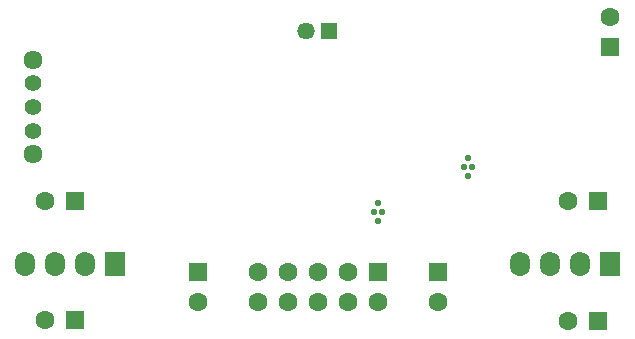
<source format=gbs>
G04*
G04 #@! TF.GenerationSoftware,Altium Limited,Altium Designer,24.2.2 (26)*
G04*
G04 Layer_Color=16711935*
%FSLAX25Y25*%
%MOIN*%
G70*
G04*
G04 #@! TF.SameCoordinates,5F421DDB-3BC7-4088-8A48-602F4A50BB0D*
G04*
G04*
G04 #@! TF.FilePolarity,Negative*
G04*
G01*
G75*
%ADD56C,0.06306*%
%ADD57R,0.06306X0.06306*%
%ADD58R,0.06699X0.08274*%
%ADD59O,0.06699X0.08274*%
%ADD60R,0.06306X0.06306*%
%ADD61C,0.05550*%
%ADD62C,0.06337*%
%ADD63R,0.05786X0.05786*%
%ADD64C,0.05786*%
%ADD65C,0.02169*%
D56*
X202500Y117500D02*
D03*
X85000Y22500D02*
D03*
Y32500D02*
D03*
X95000D02*
D03*
X115000Y22500D02*
D03*
X105000D02*
D03*
X125000D02*
D03*
X95000D02*
D03*
X105000Y32500D02*
D03*
X115000D02*
D03*
X145000Y22500D02*
D03*
X65000D02*
D03*
X188500Y16000D02*
D03*
Y56000D02*
D03*
X14000Y16500D02*
D03*
Y56000D02*
D03*
D57*
X202500Y107500D02*
D03*
X145000Y32500D02*
D03*
X65000D02*
D03*
D58*
X37500Y35000D02*
D03*
X202500D02*
D03*
D59*
X27500D02*
D03*
X17500D02*
D03*
X7500D02*
D03*
X192500D02*
D03*
X182500D02*
D03*
X172500D02*
D03*
D60*
X125000Y32500D02*
D03*
X198500Y16000D02*
D03*
Y56000D02*
D03*
X24000Y16500D02*
D03*
Y56000D02*
D03*
D61*
X10000Y79626D02*
D03*
Y87500D02*
D03*
Y95374D02*
D03*
D62*
Y71752D02*
D03*
Y103248D02*
D03*
D63*
X108937Y112835D02*
D03*
D64*
X101063D02*
D03*
D65*
X156378Y67500D02*
D03*
X155000Y70453D02*
D03*
X153622Y67500D02*
D03*
X155000Y64547D02*
D03*
X123622Y52500D02*
D03*
X125000Y49547D02*
D03*
X126378Y52500D02*
D03*
X125000Y55453D02*
D03*
M02*

</source>
